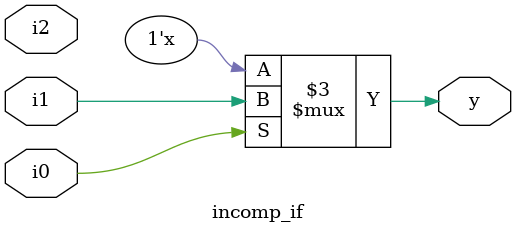
<source format=v>
/* Generated by Yosys 0.57+148 (git sha1 259bd6fb3, g++ 13.3.0-6ubuntu2~24.04 -fPIC -O3) */

module incomp_if(i0, i1, i2, y);
  input i0;
  wire i0;
  input i1;
  wire i1;
  input i2;
  wire i2;
  output y;
  reg y;
  always @*
    if (i0) y = i1;
endmodule

</source>
